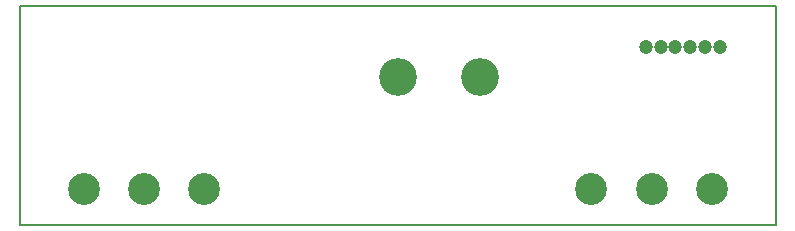
<source format=gbs>
G04 #@! TF.FileFunction,Soldermask,Bot*
%FSLAX46Y46*%
G04 Gerber Fmt 4.6, Leading zero omitted, Abs format (unit mm)*
G04 Created by KiCad (PCBNEW 4.0.6+dfsg1-1) date Mon Oct 16 00:48:50 2017*
%MOMM*%
%LPD*%
G01*
G04 APERTURE LIST*
%ADD10C,0.100000*%
%ADD11C,0.150000*%
%ADD12C,2.703200*%
%ADD13C,1.203200*%
%ADD14C,3.203200*%
G04 APERTURE END LIST*
D10*
D11*
X181000000Y-127500000D02*
X181000000Y-109000000D01*
X117000000Y-127500000D02*
X181000000Y-127500000D01*
X117000000Y-109000000D02*
X117000000Y-127500000D01*
X181000000Y-109000000D02*
X117000000Y-109000000D01*
D12*
X127500000Y-124500000D03*
X122400000Y-124500000D03*
X132600000Y-124500000D03*
D13*
X170000000Y-112500000D03*
X171250000Y-112500000D03*
X172500000Y-112500000D03*
X173750000Y-112500000D03*
X175000000Y-112500000D03*
X176250000Y-112500000D03*
D12*
X170500000Y-124500000D03*
X165400000Y-124500000D03*
X175600000Y-124500000D03*
D14*
X149000000Y-115000000D03*
X156000000Y-115000000D03*
M02*

</source>
